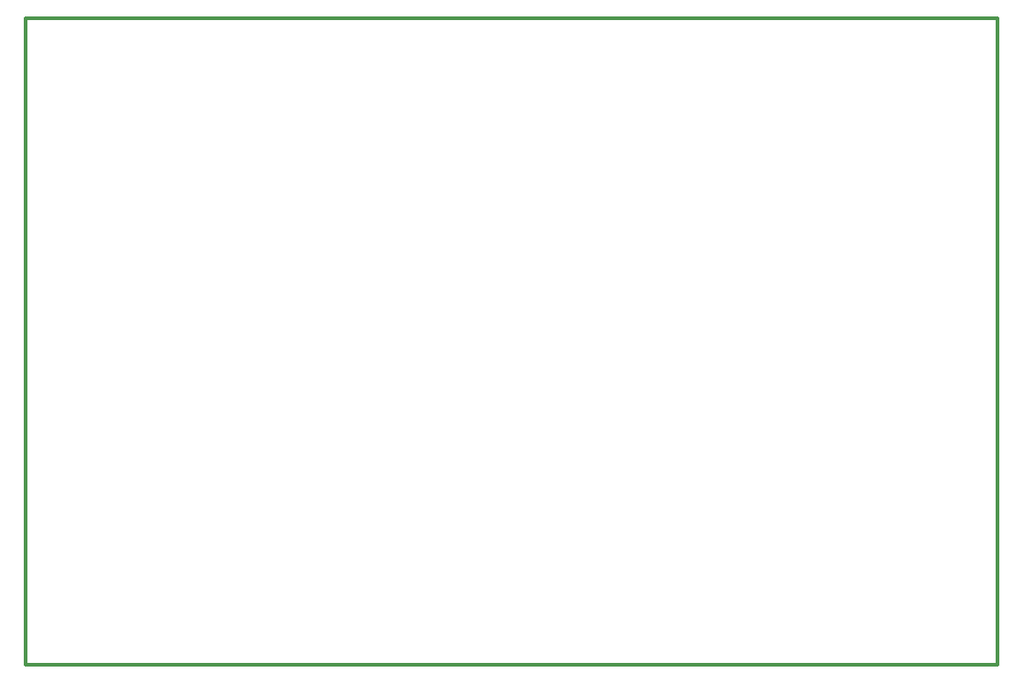
<source format=gbr>
G75*
%MOIN*%
%OFA0B0*%
%FSLAX25Y25*%
%IPPOS*%
%LPD*%
%AMOC8*
5,1,8,0,0,1.08239X$1,22.5*
%
%ADD10C,0.01200*%
D10*
X0032280Y0010074D02*
X0032280Y0246294D01*
X0386611Y0246294D01*
X0386611Y0010074D01*
X0032280Y0010074D01*
M02*

</source>
